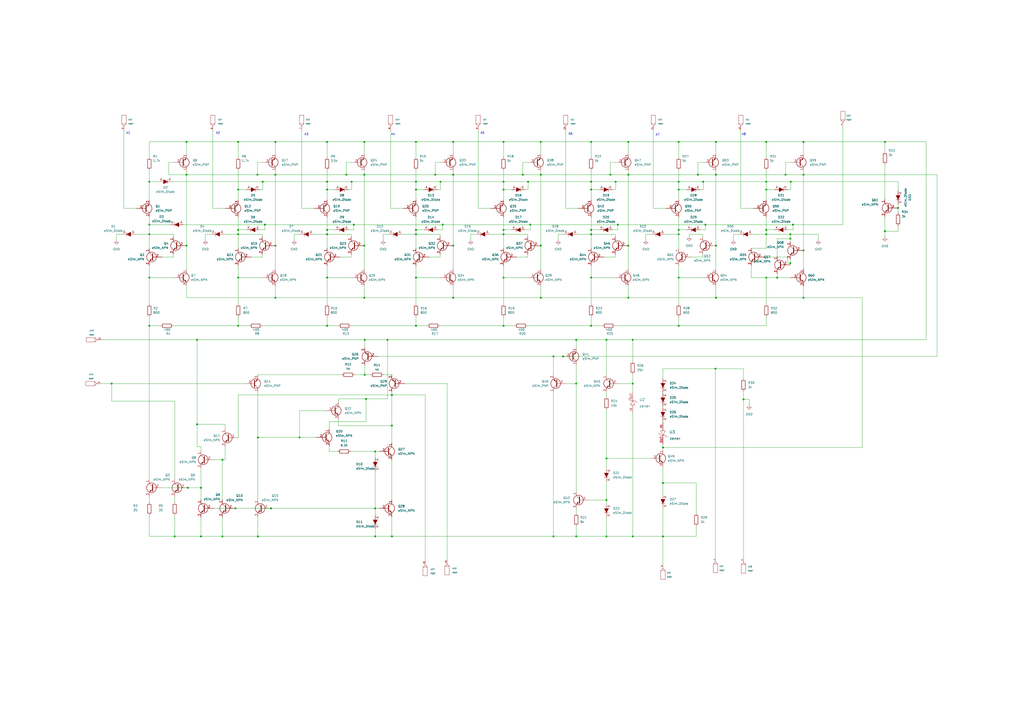
<source format=kicad_sch>
(kicad_sch (version 20211123) (generator eeschema)
  (paper "A2")
  (junction (at 342.9 188.976))
  (junction (at 262.89 101.346))
  (junction (at 149.352 101.346))
  (junction (at 227.33 229.108))
  (junction (at 159.766 172.72))
  (junction (at 129.032 266.7))
  (junction (at 203.962 105.41))
  (junction (at 384.556 311.15))
  (junction (at 189.738 105.41))
  (junction (at 384.556 280.162))
  (junction (at 393.7 109.982))
  (junction (at 256.794 130.302))
  (junction (at 404.876 101.346))
  (junction (at 351.79 290.068))
  (junction (at 313.69 172.72))
  (junction (at 138.176 82.296))
  (junction (at 358.394 130.302))
  (junction (at 149.606 311.15))
  (junction (at 189.738 109.982))
  (junction (at 292.1 161.036))
  (junction (at 364.49 172.72))
  (junction (at 313.69 142.494))
  (junction (at 431.292 231.648))
  (junction (at 241.3 133.35))
  (junction (at 292.1 133.35))
  (junction (at 367.03 311.15))
  (junction (at 306.324 105.41))
  (junction (at 313.69 82.296))
  (junction (at 342.9 82.296))
  (junction (at 189.738 135.89))
  (junction (at 138.176 109.982))
  (junction (at 149.606 253.746))
  (junction (at 108.966 282.956))
  (junction (at 138.176 188.976))
  (junction (at 129.032 311.15))
  (junction (at 108.204 142.494))
  (junction (at 241.3 109.982))
  (junction (at 217.678 261.874))
  (junction (at 466.09 101.346))
  (junction (at 367.03 197.104))
  (junction (at 86.614 105.41))
  (junction (at 364.49 82.296))
  (junction (at 393.7 188.976))
  (junction (at 189.738 133.35))
  (junction (at 351.79 265.938))
  (junction (at 211.328 82.296))
  (junction (at 241.3 135.89))
  (junction (at 211.328 101.346))
  (junction (at 393.7 161.036))
  (junction (at 334.264 197.104))
  (junction (at 458.47 152.654))
  (junction (at 159.766 82.296))
  (junction (at 211.328 142.494))
  (junction (at 444.5 161.036))
  (junction (at 351.79 311.15))
  (junction (at 241.3 82.296))
  (junction (at 364.49 101.346))
  (junction (at 262.89 172.72))
  (junction (at 189.738 82.296))
  (junction (at 292.1 105.41))
  (junction (at 393.7 133.35))
  (junction (at 307.594 130.302))
  (junction (at 415.29 82.296))
  (junction (at 159.766 142.494))
  (junction (at 364.49 142.494))
  (junction (at 342.9 105.41))
  (junction (at 241.3 161.036))
  (junction (at 520.954 120.65))
  (junction (at 217.678 311.15))
  (junction (at 393.7 82.296))
  (junction (at 342.9 109.982))
  (junction (at 159.766 101.346))
  (junction (at 466.09 145.288))
  (junction (at 205.232 130.302))
  (junction (at 342.9 133.35))
  (junction (at 415.29 172.72))
  (junction (at 326.644 206.756))
  (junction (at 459.994 130.302))
  (junction (at 211.582 217.424))
  (junction (at 455.676 101.346))
  (junction (at 292.1 82.296))
  (junction (at 153.67 130.302))
  (junction (at 86.614 130.302))
  (junction (at 444.5 109.982))
  (junction (at 116.586 311.15))
  (junction (at 138.176 133.35))
  (junction (at 227.33 311.15))
  (junction (at 138.176 161.036))
  (junction (at 116.586 282.956))
  (junction (at 466.09 82.296))
  (junction (at 173.736 253.746))
  (junction (at 252.476 101.346))
  (junction (at 384.556 259.588))
  (junction (at 212.344 231.394))
  (junction (at 200.914 101.346))
  (junction (at 211.328 172.72))
  (junction (at 241.3 188.976))
  (junction (at 262.89 142.494))
  (junction (at 136.652 294.894))
  (junction (at 513.334 134.112))
  (junction (at 138.176 135.89))
  (junction (at 444.5 135.89))
  (junction (at 367.03 222.504))
  (junction (at 334.264 222.504))
  (junction (at 224.79 197.104))
  (junction (at 217.678 294.894))
  (junction (at 64.77 222.504))
  (junction (at 334.264 311.15))
  (junction (at 444.5 105.41))
  (junction (at 101.346 311.15))
  (junction (at 393.7 135.89))
  (junction (at 342.9 161.036))
  (junction (at 108.204 82.296))
  (junction (at 292.1 188.976))
  (junction (at 189.738 188.976))
  (junction (at 450.85 161.036))
  (junction (at 255.524 105.41))
  (junction (at 262.89 82.296))
  (junction (at 189.738 161.036))
  (junction (at 357.124 105.41))
  (junction (at 211.582 197.104))
  (junction (at 292.1 109.982))
  (junction (at 342.9 135.89))
  (junction (at 466.09 172.72))
  (junction (at 513.334 82.296))
  (junction (at 458.47 138.43))
  (junction (at 409.194 130.302))
  (junction (at 415.29 142.494))
  (junction (at 351.79 197.104))
  (junction (at 393.7 105.41))
  (junction (at 444.5 82.296))
  (junction (at 108.204 101.346))
  (junction (at 86.614 135.89))
  (junction (at 227.33 246.888))
  (junction (at 241.3 105.41))
  (junction (at 303.276 101.346))
  (junction (at 321.056 206.756))
  (junction (at 407.924 105.41))
  (junction (at 86.614 188.976))
  (junction (at 292.1 135.89))
  (junction (at 86.614 161.036))
  (junction (at 152.4 105.41))
  (junction (at 354.076 101.346))
  (junction (at 415.036 213.868))
  (junction (at 458.724 105.41))
  (junction (at 321.056 311.15))
  (junction (at 313.69 101.346))
  (junction (at 157.226 294.894))
  (junction (at 415.29 101.346))
  (junction (at 444.5 133.35))
  (junction (at 458.47 135.89))
  (junction (at 114.3 197.104))
  (junction (at 114.3 246.126))
  (wire (pts (xy 409.194 130.302) (xy 459.994 130.302)))
  (wire (pts (xy 138.176 133.35) (xy 138.176 135.89)))
  (wire (pts (xy 241.3 82.296) (xy 262.89 82.296)))
  (wire (pts (xy 129.032 311.15) (xy 149.606 311.15)))
  (wire (pts (xy 191.008 258.826) (xy 191.008 261.874)))
  (wire (pts (xy 234.95 222.504) (xy 259.334 222.504)))
  (wire (pts (xy 374.65 135.89) (xy 374.65 139.192)))
  (wire (pts (xy 513.334 134.112) (xy 513.334 125.73)))
  (wire (pts (xy 173.736 253.746) (xy 183.388 253.746)))
  (wire (pts (xy 334.772 135.89) (xy 342.9 135.89)))
  (wire (pts (xy 313.69 101.346) (xy 313.69 142.494)))
  (wire (pts (xy 64.77 222.504) (xy 141.986 222.504)))
  (wire (pts (xy 398.526 109.982) (xy 393.7 109.982)))
  (wire (pts (xy 256.794 130.302) (xy 307.594 130.302)))
  (wire (pts (xy 227.33 311.15) (xy 321.056 311.15)))
  (wire (pts (xy 434.594 231.648) (xy 434.594 234.95)))
  (wire (pts (xy 303.276 94.234) (xy 303.276 101.346)))
  (wire (pts (xy 227.33 266.954) (xy 227.33 289.814)))
  (wire (pts (xy 466.09 99.314) (xy 466.09 101.346)))
  (wire (pts (xy 334.264 305.308) (xy 334.264 311.15)))
  (wire (pts (xy 173.736 238.252) (xy 188.722 238.252)))
  (wire (pts (xy 334.264 295.148) (xy 334.264 297.688)))
  (wire (pts (xy 67.564 135.89) (xy 67.564 139.192)))
  (wire (pts (xy 292.1 188.976) (xy 298.45 188.976)))
  (wire (pts (xy 342.9 161.036) (xy 356.87 161.036)))
  (wire (pts (xy 455.676 94.234) (xy 455.676 101.346)))
  (wire (pts (xy 246.634 229.108) (xy 246.634 325.12)))
  (wire (pts (xy 241.3 125.984) (xy 241.3 133.35)))
  (wire (pts (xy 241.3 161.036) (xy 241.3 176.276)))
  (wire (pts (xy 203.708 147.574) (xy 203.708 149.098)))
  (wire (pts (xy 313.69 101.346) (xy 354.076 101.346)))
  (wire (pts (xy 189.738 183.896) (xy 189.738 188.976)))
  (wire (pts (xy 292.1 98.806) (xy 292.1 105.41)))
  (wire (pts (xy 138.176 91.186) (xy 138.176 82.296)))
  (wire (pts (xy 351.79 227.584) (xy 351.79 230.124)))
  (wire (pts (xy 202.184 109.982) (xy 203.962 109.982)))
  (wire (pts (xy 384.556 311.15) (xy 384.556 327.152)))
  (wire (pts (xy 86.614 161.036) (xy 100.584 161.036)))
  (wire (pts (xy 364.49 172.72) (xy 415.29 172.72)))
  (wire (pts (xy 129.032 266.7) (xy 130.556 266.7)))
  (wire (pts (xy 407.924 105.41) (xy 444.5 105.41)))
  (wire (pts (xy 124.206 294.894) (xy 136.652 294.894)))
  (wire (pts (xy 406.146 133.35) (xy 409.194 133.35)))
  (wire (pts (xy 459.994 130.302) (xy 488.95 130.302)))
  (wire (pts (xy 241.3 91.186) (xy 241.3 82.296)))
  (wire (pts (xy 367.03 209.55) (xy 367.03 197.104)))
  (wire (pts (xy 342.9 161.036) (xy 342.9 176.276)))
  (wire (pts (xy 415.036 213.868) (xy 415.036 323.342)))
  (wire (pts (xy 393.7 161.036) (xy 393.7 176.276)))
  (wire (pts (xy 342.9 82.296) (xy 342.9 91.186)))
  (wire (pts (xy 364.49 101.346) (xy 364.49 142.494)))
  (wire (pts (xy 393.7 82.296) (xy 393.7 91.186)))
  (wire (pts (xy 217.678 273.05) (xy 217.678 294.894)))
  (wire (pts (xy 114.3 197.104) (xy 211.582 197.104)))
  (wire (pts (xy 367.03 197.104) (xy 537.21 197.104)))
  (wire (pts (xy 313.69 99.314) (xy 313.69 101.346)))
  (wire (pts (xy 211.328 142.494) (xy 211.328 155.956)))
  (wire (pts (xy 86.614 288.036) (xy 86.614 291.338)))
  (wire (pts (xy 393.7 154.178) (xy 393.7 161.036)))
  (wire (pts (xy 211.582 201.676) (xy 211.582 197.104)))
  (wire (pts (xy 342.9 133.35) (xy 347.726 133.35)))
  (wire (pts (xy 70.866 135.89) (xy 67.564 135.89)))
  (wire (pts (xy 203.962 109.982) (xy 203.962 105.41)))
  (wire (pts (xy 157.226 294.894) (xy 217.678 294.894)))
  (wire (pts (xy 444.5 98.806) (xy 444.5 105.41)))
  (wire (pts (xy 211.328 101.346) (xy 252.476 101.346)))
  (wire (pts (xy 513.334 95.504) (xy 513.334 115.57)))
  (wire (pts (xy 367.03 240.03) (xy 367.03 311.15)))
  (wire (pts (xy 444.5 105.41) (xy 458.724 105.41)))
  (wire (pts (xy 342.9 109.982) (xy 342.9 115.824)))
  (wire (pts (xy 253.746 133.35) (xy 256.794 133.35)))
  (wire (pts (xy 86.614 311.15) (xy 86.614 298.958)))
  (wire (pts (xy 351.79 311.15) (xy 367.03 311.15)))
  (wire (pts (xy 357.124 105.41) (xy 393.7 105.41)))
  (wire (pts (xy 358.394 130.302) (xy 409.194 130.302)))
  (wire (pts (xy 393.7 135.89) (xy 393.7 144.018)))
  (wire (pts (xy 138.176 229.108) (xy 138.176 254)))
  (wire (pts (xy 436.88 120.904) (xy 429.768 120.904)))
  (wire (pts (xy 191.008 261.874) (xy 195.834 261.874)))
  (wire (pts (xy 334.264 197.104) (xy 351.79 197.104)))
  (wire (pts (xy 351.79 290.068) (xy 341.884 290.068)))
  (wire (pts (xy 94.234 282.956) (xy 108.966 282.956)))
  (wire (pts (xy 159.766 166.116) (xy 159.766 172.72)))
  (wire (pts (xy 327.152 135.89) (xy 323.85 135.89)))
  (wire (pts (xy 303.276 101.346) (xy 313.69 101.346)))
  (wire (pts (xy 152.4 109.982) (xy 152.4 105.41)))
  (wire (pts (xy 393.7 105.41) (xy 393.7 109.982)))
  (wire (pts (xy 189.738 82.296) (xy 211.328 82.296)))
  (wire (pts (xy 159.766 101.346) (xy 200.914 101.346)))
  (wire (pts (xy 415.29 172.72) (xy 466.09 172.72)))
  (wire (pts (xy 182.118 120.904) (xy 175.006 120.904)))
  (wire (pts (xy 384.556 219.71) (xy 384.556 213.868)))
  (wire (pts (xy 159.766 89.154) (xy 159.766 82.296)))
  (wire (pts (xy 138.176 135.89) (xy 138.176 144.018)))
  (wire (pts (xy 152.146 137.414) (xy 152.146 135.89)))
  (wire (pts (xy 170.688 135.89) (xy 170.688 139.192)))
  (wire (pts (xy 149.606 217.424) (xy 198.12 217.424)))
  (wire (pts (xy 255.27 137.414) (xy 255.27 135.89)))
  (wire (pts (xy 386.08 120.904) (xy 378.968 120.904)))
  (wire (pts (xy 212.344 244.602) (xy 191.008 244.602)))
  (wire (pts (xy 123.444 75.692) (xy 123.444 120.904)))
  (wire (pts (xy 415.29 89.154) (xy 415.29 82.296)))
  (wire (pts (xy 262.89 142.494) (xy 262.89 155.956)))
  (wire (pts (xy 466.09 82.296) (xy 513.334 82.296)))
  (wire (pts (xy 459.994 130.302) (xy 459.994 133.35)))
  (wire (pts (xy 138.176 133.35) (xy 143.002 133.35)))
  (wire (pts (xy 138.176 154.178) (xy 138.176 161.036)))
  (wire (pts (xy 241.3 133.35) (xy 246.126 133.35)))
  (wire (pts (xy 114.3 197.104) (xy 114.3 246.126)))
  (wire (pts (xy 488.95 73.406) (xy 488.95 130.302)))
  (wire (pts (xy 196.342 246.888) (xy 227.33 246.888)))
  (wire (pts (xy 86.614 311.15) (xy 101.346 311.15)))
  (wire (pts (xy 149.606 253.746) (xy 149.606 289.814)))
  (wire (pts (xy 119.126 135.89) (xy 119.126 139.192)))
  (wire (pts (xy 159.766 172.72) (xy 211.328 172.72)))
  (wire (pts (xy 292.1 133.35) (xy 292.1 135.89)))
  (wire (pts (xy 241.3 109.982) (xy 241.3 115.824)))
  (wire (pts (xy 450.85 138.43) (xy 458.47 138.43)))
  (wire (pts (xy 189.738 161.036) (xy 189.738 176.276)))
  (wire (pts (xy 130.556 248.92) (xy 130.556 246.126)))
  (wire (pts (xy 150.622 133.35) (xy 153.67 133.35)))
  (wire (pts (xy 189.738 105.41) (xy 203.962 105.41)))
  (wire (pts (xy 241.3 135.89) (xy 255.27 135.89)))
  (wire (pts (xy 138.176 161.036) (xy 138.176 176.276)))
  (wire (pts (xy 217.678 294.894) (xy 217.678 298.958)))
  (wire (pts (xy 356.87 149.098) (xy 350.52 149.098)))
  (wire (pts (xy 152.146 188.976) (xy 189.738 188.976)))
  (wire (pts (xy 116.586 299.974) (xy 116.586 311.15)))
  (wire (pts (xy 364.49 101.346) (xy 404.876 101.346)))
  (wire (pts (xy 444.5 82.296) (xy 444.5 91.186)))
  (wire (pts (xy 116.586 271.78) (xy 116.586 282.956)))
  (wire (pts (xy 100.584 149.098) (xy 94.234 149.098)))
  (wire (pts (xy 458.47 135.89) (xy 458.47 138.43)))
  (wire (pts (xy 262.89 101.346) (xy 262.89 142.494)))
  (wire (pts (xy 347.726 109.982) (xy 342.9 109.982)))
  (wire (pts (xy 306.07 149.098) (xy 299.72 149.098)))
  (wire (pts (xy 152.146 94.234) (xy 149.352 94.234)))
  (wire (pts (xy 359.41 222.504) (xy 367.03 222.504)))
  (wire (pts (xy 241.3 188.976) (xy 247.65 188.976)))
  (wire (pts (xy 342.9 105.41) (xy 342.9 109.982)))
  (wire (pts (xy 100.584 94.234) (xy 97.79 94.234)))
  (wire (pts (xy 306.324 105.41) (xy 342.9 105.41)))
  (wire (pts (xy 444.5 125.984) (xy 444.5 133.35)))
  (wire (pts (xy 255.27 147.574) (xy 255.27 149.098)))
  (wire (pts (xy 355.346 133.35) (xy 358.394 133.35)))
  (wire (pts (xy 149.606 311.15) (xy 217.678 311.15)))
  (wire (pts (xy 513.334 134.112) (xy 513.334 137.414)))
  (wire (pts (xy 189.738 133.35) (xy 189.738 135.89)))
  (wire (pts (xy 500.126 172.72) (xy 500.126 259.588)))
  (wire (pts (xy 444.5 161.036) (xy 450.85 161.036)))
  (wire (pts (xy 116.586 261.62) (xy 116.586 259.08)))
  (wire (pts (xy 116.586 311.15) (xy 129.032 311.15)))
  (wire (pts (xy 458.47 138.43) (xy 458.47 140.208)))
  (wire (pts (xy 159.766 101.346) (xy 159.766 142.494)))
  (wire (pts (xy 58.674 222.504) (xy 64.77 222.504)))
  (wire (pts (xy 241.3 105.41) (xy 255.524 105.41)))
  (wire (pts (xy 296.926 109.982) (xy 292.1 109.982)))
  (wire (pts (xy 304.546 133.35) (xy 307.594 133.35)))
  (wire (pts (xy 233.68 120.904) (xy 226.568 120.904)))
  (wire (pts (xy 173.99 135.89) (xy 170.688 135.89)))
  (wire (pts (xy 385.572 135.89) (xy 393.7 135.89)))
  (wire (pts (xy 428.752 135.89) (xy 425.45 135.89)))
  (wire (pts (xy 200.914 94.234) (xy 200.914 101.346)))
  (wire (pts (xy 86.614 125.984) (xy 86.614 130.302)))
  (wire (pts (xy 466.09 101.346) (xy 466.09 145.288)))
  (wire (pts (xy 58.928 197.104) (xy 114.3 197.104)))
  (wire (pts (xy 227.33 227.584) (xy 227.33 229.108)))
  (wire (pts (xy 356.87 147.574) (xy 356.87 149.098)))
  (wire (pts (xy 86.614 135.89) (xy 86.614 144.018)))
  (wire (pts (xy 404.876 101.346) (xy 415.29 101.346)))
  (wire (pts (xy 138.176 161.036) (xy 152.146 161.036)))
  (wire (pts (xy 364.49 82.296) (xy 393.7 82.296)))
  (wire (pts (xy 99.822 105.41) (xy 152.4 105.41)))
  (wire (pts (xy 415.29 166.116) (xy 415.29 172.72)))
  (wire (pts (xy 458.47 135.89) (xy 474.726 135.89)))
  (wire (pts (xy 149.606 299.974) (xy 149.606 311.15)))
  (wire (pts (xy 342.9 135.89) (xy 356.87 135.89)))
  (wire (pts (xy 276.352 135.89) (xy 273.05 135.89)))
  (wire (pts (xy 211.328 89.154) (xy 211.328 82.296)))
  (wire (pts (xy 138.176 188.976) (xy 144.526 188.976)))
  (wire (pts (xy 449.326 109.982) (xy 444.5 109.982)))
  (wire (pts (xy 520.954 105.41) (xy 520.954 110.744)))
  (wire (pts (xy 384.556 227.33) (xy 384.556 228.092)))
  (wire (pts (xy 253.746 109.982) (xy 255.524 109.982)))
  (wire (pts (xy 189.738 135.89) (xy 203.708 135.89)))
  (wire (pts (xy 189.738 125.984) (xy 189.738 133.35)))
  (wire (pts (xy 64.77 232.664) (xy 64.77 222.504)))
  (wire (pts (xy 355.346 109.982) (xy 357.124 109.982)))
  (wire (pts (xy 255.27 94.234) (xy 252.476 94.234)))
  (wire (pts (xy 292.1 135.89) (xy 292.1 144.018)))
  (wire (pts (xy 292.1 133.35) (xy 296.926 133.35)))
  (wire (pts (xy 138.176 109.982) (xy 138.176 115.824)))
  (wire (pts (xy 97.79 101.346) (xy 108.204 101.346)))
  (wire (pts (xy 189.738 161.036) (xy 203.708 161.036)))
  (wire (pts (xy 219.202 206.756) (xy 321.056 206.756)))
  (wire (pts (xy 217.678 311.15) (xy 217.678 306.578)))
  (wire (pts (xy 101.346 288.036) (xy 101.346 291.338)))
  (wire (pts (xy 100.584 188.976) (xy 138.176 188.976)))
  (wire (pts (xy 384.556 311.15) (xy 403.86 311.15)))
  (wire (pts (xy 364.49 166.116) (xy 364.49 172.72)))
  (wire (pts (xy 224.79 197.104) (xy 224.79 231.394)))
  (wire (pts (xy 444.5 82.296) (xy 466.09 82.296)))
  (wire (pts (xy 313.69 166.116) (xy 313.69 172.72)))
  (wire (pts (xy 108.204 89.154) (xy 108.204 82.296)))
  (wire (pts (xy 255.27 149.098) (xy 248.92 149.098)))
  (wire (pts (xy 306.07 94.234) (xy 303.276 94.234)))
  (wire (pts (xy 101.346 311.15) (xy 116.586 311.15)))
  (wire (pts (xy 334.264 201.676) (xy 334.264 197.104)))
  (wire (pts (xy 262.89 82.296) (xy 292.1 82.296)))
  (wire (pts (xy 474.726 135.89) (xy 474.726 139.192)))
  (wire (pts (xy 326.644 206.756) (xy 543.56 206.756)))
  (wire (pts (xy 306.07 147.574) (xy 306.07 149.098)))
  (wire (pts (xy 129.032 299.974) (xy 129.032 311.15)))
  (wire (pts (xy 520.954 134.112) (xy 513.334 134.112)))
  (wire (pts (xy 292.1 82.296) (xy 313.69 82.296)))
  (wire (pts (xy 393.7 161.036) (xy 407.67 161.036)))
  (wire (pts (xy 466.09 166.116) (xy 466.09 172.72)))
  (wire (pts (xy 444.5 133.35) (xy 444.5 135.89)))
  (wire (pts (xy 203.708 149.098) (xy 197.358 149.098)))
  (wire (pts (xy 466.09 89.154) (xy 466.09 82.296)))
  (wire (pts (xy 205.74 217.424) (xy 211.582 217.424)))
  (wire (pts (xy 431.292 231.648) (xy 434.594 231.648)))
  (wire (pts (xy 226.568 75.692) (xy 226.568 120.904)))
  (wire (pts (xy 189.738 109.982) (xy 189.738 115.824)))
  (wire (pts (xy 241.3 135.89) (xy 241.3 144.018)))
  (wire (pts (xy 393.7 98.806) (xy 393.7 105.41)))
  (wire (pts (xy 211.328 166.116) (xy 211.328 172.72)))
  (wire (pts (xy 173.736 238.252) (xy 173.736 253.746)))
  (wire (pts (xy 364.49 142.494) (xy 364.49 155.956)))
  (wire (pts (xy 108.204 166.116) (xy 108.204 172.72)))
  (wire (pts (xy 277.368 75.692) (xy 277.368 120.904)))
  (wire (pts (xy 292.1 91.186) (xy 292.1 82.296)))
  (wire (pts (xy 159.766 142.494) (xy 159.766 155.956)))
  (wire (pts (xy 116.586 259.08) (xy 114.3 259.08)))
  (wire (pts (xy 101.346 232.664) (xy 64.77 232.664)))
  (wire (pts (xy 71.882 75.692) (xy 71.882 120.904)))
  (wire (pts (xy 241.3 183.896) (xy 241.3 188.976)))
  (wire (pts (xy 203.708 137.414) (xy 203.708 135.89)))
  (wire (pts (xy 409.194 130.302) (xy 409.194 133.35)))
  (wire (pts (xy 393.7 109.982) (xy 393.7 115.824)))
  (wire (pts (xy 292.1 135.89) (xy 306.07 135.89)))
  (wire (pts (xy 86.614 98.806) (xy 86.614 105.41)))
  (wire (pts (xy 241.3 161.036) (xy 255.27 161.036)))
  (wire (pts (xy 334.264 211.836) (xy 334.264 222.504)))
  (wire (pts (xy 407.67 94.234) (xy 404.876 94.234)))
  (wire (pts (xy 393.7 82.296) (xy 415.29 82.296)))
  (wire (pts (xy 435.864 154.178) (xy 435.864 161.036)))
  (wire (pts (xy 108.204 142.494) (xy 108.204 155.956)))
  (wire (pts (xy 377.952 135.89) (xy 374.65 135.89)))
  (wire (pts (xy 393.7 105.41) (xy 407.924 105.41)))
  (wire (pts (xy 393.7 188.976) (xy 444.5 188.976)))
  (wire (pts (xy 415.29 82.296) (xy 444.5 82.296)))
  (wire (pts (xy 458.47 94.234) (xy 455.676 94.234)))
  (wire (pts (xy 435.864 161.036) (xy 444.5 161.036)))
  (wire (pts (xy 431.292 231.648) (xy 431.292 323.596)))
  (wire (pts (xy 86.614 91.186) (xy 86.614 82.296)))
  (wire (pts (xy 225.552 135.89) (xy 222.25 135.89)))
  (wire (pts (xy 415.29 101.346) (xy 455.676 101.346)))
  (wire (pts (xy 108.204 101.346) (xy 149.352 101.346)))
  (wire (pts (xy 262.89 89.154) (xy 262.89 82.296)))
  (wire (pts (xy 122.428 135.89) (xy 119.126 135.89)))
  (wire (pts (xy 323.85 135.89) (xy 323.85 139.192)))
  (wire (pts (xy 393.7 125.984) (xy 393.7 133.35)))
  (wire (pts (xy 458.724 109.982) (xy 458.724 105.41)))
  (wire (pts (xy 189.738 154.178) (xy 189.738 161.036)))
  (wire (pts (xy 342.9 135.89) (xy 342.9 144.018)))
  (wire (pts (xy 211.582 211.836) (xy 211.582 217.424)))
  (wire (pts (xy 342.9 188.976) (xy 349.25 188.976)))
  (wire (pts (xy 537.21 82.296) (xy 537.21 197.104)))
  (wire (pts (xy 466.09 172.72) (xy 500.126 172.72)))
  (wire (pts (xy 189.738 98.806) (xy 189.738 105.41)))
  (wire (pts (xy 246.126 109.982) (xy 241.3 109.982)))
  (wire (pts (xy 256.794 130.302) (xy 256.794 133.35)))
  (wire (pts (xy 444.5 183.896) (xy 444.5 188.976)))
  (wire (pts (xy 351.79 279.4) (xy 351.79 290.068)))
  (wire (pts (xy 513.334 82.296) (xy 537.21 82.296)))
  (wire (pts (xy 444.5 161.036) (xy 444.5 176.276)))
  (wire (pts (xy 212.344 231.394) (xy 224.79 231.394)))
  (wire (pts (xy 444.5 135.89) (xy 458.47 135.89)))
  (wire (pts (xy 129.032 289.814) (xy 129.032 266.7)))
  (wire (pts (xy 212.344 231.394) (xy 212.344 244.602)))
  (wire (pts (xy 86.614 135.89) (xy 100.584 135.89)))
  (wire (pts (xy 233.172 135.89) (xy 241.3 135.89)))
  (wire (pts (xy 357.124 109.982) (xy 357.124 105.41)))
  (wire (pts (xy 143.002 109.982) (xy 138.176 109.982)))
  (wire (pts (xy 130.048 135.89) (xy 138.176 135.89)))
  (wire (pts (xy 283.972 135.89) (xy 292.1 135.89)))
  (wire (pts (xy 431.292 213.868) (xy 431.292 219.456)))
  (wire (pts (xy 217.678 311.15) (xy 227.33 311.15)))
  (wire (pts (xy 407.924 109.982) (xy 407.924 105.41)))
  (wire (pts (xy 78.486 135.89) (xy 86.614 135.89)))
  (wire (pts (xy 384.556 244.094) (xy 384.556 244.856)))
  (wire (pts (xy 149.606 253.746) (xy 173.736 253.746)))
  (wire (pts (xy 106.426 130.302) (xy 153.67 130.302)))
  (wire (pts (xy 342.9 133.35) (xy 342.9 135.89)))
  (wire (pts (xy 384.556 259.588) (xy 500.126 259.588)))
  (wire (pts (xy 407.67 137.414) (xy 407.67 135.89)))
  (wire (pts (xy 367.03 311.15) (xy 384.556 311.15)))
  (wire (pts (xy 292.1 105.41) (xy 306.324 105.41)))
  (wire (pts (xy 284.48 120.904) (xy 277.368 120.904)))
  (wire (pts (xy 407.67 147.574) (xy 407.67 149.098)))
  (wire (pts (xy 364.49 89.154) (xy 364.49 82.296)))
  (wire (pts (xy 86.614 154.178) (xy 86.614 161.036)))
  (wire (pts (xy 292.1 109.982) (xy 292.1 115.824)))
  (wire (pts (xy 328.168 75.692) (xy 328.168 120.904)))
  (wire (pts (xy 211.328 82.296) (xy 241.3 82.296)))
  (wire (pts (xy 175.006 75.692) (xy 175.006 120.904)))
  (wire (pts (xy 130.556 259.08) (xy 130.556 266.7)))
  (wire (pts (xy 351.79 299.974) (xy 351.79 311.15)))
  (wire (pts (xy 458.47 152.654) (xy 458.47 153.67)))
  (wire (pts (xy 415.29 99.314) (xy 415.29 101.346)))
  (wire (pts (xy 444.5 109.982) (xy 444.5 115.824)))
  (wire (pts (xy 116.586 282.956) (xy 116.586 289.814)))
  (wire (pts (xy 202.184 133.35) (xy 205.232 133.35)))
  (wire (pts (xy 152.146 149.098) (xy 145.796 149.098)))
  (wire (pts (xy 108.204 172.72) (xy 159.766 172.72)))
  (wire (pts (xy 196.342 231.394) (xy 196.342 233.172)))
  (wire (pts (xy 393.7 183.896) (xy 393.7 188.976)))
  (wire (pts (xy 384.556 259.588) (xy 384.556 260.858)))
  (wire (pts (xy 86.614 188.976) (xy 92.964 188.976)))
  (wire (pts (xy 255.524 105.41) (xy 292.1 105.41)))
  (wire (pts (xy 342.9 183.896) (xy 342.9 188.976)))
  (wire (pts (xy 384.556 257.556) (xy 384.556 259.588)))
  (wire (pts (xy 100.584 137.414) (xy 100.584 135.89)))
  (wire (pts (xy 520.954 120.65) (xy 520.954 123.444)))
  (wire (pts (xy 211.328 172.72) (xy 262.89 172.72)))
  (wire (pts (xy 203.708 94.234) (xy 200.914 94.234)))
  (wire (pts (xy 86.614 188.976) (xy 86.614 277.876)))
  (wire (pts (xy 138.176 82.296) (xy 159.766 82.296)))
  (wire (pts (xy 205.232 130.302) (xy 205.232 133.35)))
  (wire (pts (xy 149.606 227.584) (xy 149.606 253.746)))
  (wire (pts (xy 255.524 109.982) (xy 255.524 105.41)))
  (wire (pts (xy 367.03 222.504) (xy 367.03 227.33)))
  (wire (pts (xy 241.3 133.35) (xy 241.3 135.89)))
  (wire (pts (xy 130.556 246.126) (xy 114.3 246.126)))
  (wire (pts (xy 321.056 227.584) (xy 321.056 311.15)))
  (wire (pts (xy 356.87 188.976) (xy 393.7 188.976)))
  (wire (pts (xy 384.556 294.64) (xy 384.556 311.15)))
  (wire (pts (xy 86.614 183.896) (xy 86.614 188.976)))
  (wire (pts (xy 222.504 217.424) (xy 227.33 217.424)))
  (wire (pts (xy 211.328 101.346) (xy 211.328 142.494)))
  (wire (pts (xy 321.056 217.424) (xy 321.056 206.756)))
  (wire (pts (xy 444.5 133.35) (xy 449.326 133.35)))
  (wire (pts (xy 86.614 161.036) (xy 86.614 176.276)))
  (wire (pts (xy 364.49 99.314) (xy 364.49 101.346)))
  (wire (pts (xy 152.4 105.41) (xy 189.738 105.41)))
  (wire (pts (xy 219.71 261.874) (xy 217.678 261.874)))
  (wire (pts (xy 407.67 135.89) (xy 399.796 135.89)))
  (wire (pts (xy 262.89 99.314) (xy 262.89 101.346)))
  (wire (pts (xy 159.766 99.314) (xy 159.766 101.346)))
  (wire (pts (xy 404.876 94.234) (xy 404.876 101.346)))
  (wire (pts (xy 108.966 282.956) (xy 116.586 282.956)))
  (wire (pts (xy 342.9 154.178) (xy 342.9 161.036)))
  (wire (pts (xy 149.352 94.234) (xy 149.352 101.346)))
  (wire (pts (xy 456.946 149.098) (xy 456.946 152.654)))
  (wire (pts (xy 513.334 87.884) (xy 513.334 82.296)))
  (wire (pts (xy 313.69 172.72) (xy 364.49 172.72)))
  (wire (pts (xy 211.582 197.104) (xy 224.79 197.104)))
  (wire (pts (xy 456.946 133.35) (xy 459.994 133.35)))
  (wire (pts (xy 292.1 125.984) (xy 292.1 133.35)))
  (wire (pts (xy 351.79 237.744) (xy 351.79 265.938)))
  (wire (pts (xy 351.79 217.424) (xy 351.79 197.104)))
  (wire (pts (xy 313.69 142.494) (xy 313.69 155.956)))
  (wire (pts (xy 150.622 109.982) (xy 152.4 109.982)))
  (wire (pts (xy 101.346 298.958) (xy 101.346 311.15)))
  (wire (pts (xy 217.678 261.874) (xy 217.678 265.43)))
  (wire (pts (xy 403.86 297.688) (xy 403.86 280.162)))
  (wire (pts (xy 97.79 94.234) (xy 97.79 101.346)))
  (wire (pts (xy 227.33 299.974) (xy 227.33 311.15)))
  (wire (pts (xy 384.556 280.162) (xy 384.556 287.02)))
  (wire (pts (xy 367.03 217.17) (xy 367.03 222.504)))
  (wire (pts (xy 211.582 217.424) (xy 214.884 217.424)))
  (wire (pts (xy 429.768 75.692) (xy 429.768 120.904)))
  (wire (pts (xy 306.324 109.982) (xy 306.324 105.41)))
  (wire (pts (xy 351.79 265.938) (xy 351.79 271.78)))
  (wire (pts (xy 415.29 101.346) (xy 415.29 142.494)))
  (wire (pts (xy 152.146 147.574) (xy 152.146 149.098)))
  (wire (pts (xy 292.1 161.036) (xy 292.1 176.276)))
  (wire (pts (xy 456.946 152.654) (xy 458.47 152.654)))
  (wire (pts (xy 313.69 82.296) (xy 342.9 82.296)))
  (wire (pts (xy 358.394 130.302) (xy 358.394 133.35)))
  (wire (pts (xy 415.29 142.494) (xy 415.29 155.956)))
  (wire (pts (xy 450.85 158.75) (xy 450.85 161.036)))
  (wire (pts (xy 98.806 130.302) (xy 86.614 130.302)))
  (wire (pts (xy 241.3 98.806) (xy 241.3 105.41)))
  (wire (pts (xy 466.09 145.288) (xy 466.09 155.956)))
  (wire (pts (xy 203.962 105.41) (xy 241.3 105.41)))
  (wire (pts (xy 384.556 213.868) (xy 415.036 213.868)))
  (wire (pts (xy 425.45 135.89) (xy 425.45 139.192)))
  (wire (pts (xy 466.09 101.346) (xy 543.56 101.346)))
  (wire (pts (xy 255.27 188.976) (xy 292.1 188.976)))
  (wire (pts (xy 219.71 294.894) (xy 217.678 294.894)))
  (wire (pts (xy 262.89 101.346) (xy 303.276 101.346)))
  (wire (pts (xy 543.56 101.346) (xy 543.56 206.756)))
  (wire (pts (xy 306.07 137.414) (xy 306.07 135.89)))
  (wire (pts (xy 458.724 105.41) (xy 520.954 105.41)))
  (wire (pts (xy 415.036 213.868) (xy 431.292 213.868)))
  (wire (pts (xy 393.7 133.35) (xy 398.526 133.35)))
  (wire (pts (xy 153.67 130.302) (xy 205.232 130.302)))
  (wire (pts (xy 262.89 172.72) (xy 313.69 172.72)))
  (wire (pts (xy 138.176 125.984) (xy 138.176 133.35)))
  (wire (pts (xy 211.328 99.314) (xy 211.328 101.346)))
  (wire (pts (xy 292.1 161.036) (xy 306.07 161.036)))
  (wire (pts (xy 292.1 105.41) (xy 292.1 109.982)))
  (wire (pts (xy 196.342 231.394) (xy 212.344 231.394)))
  (wire (pts (xy 224.79 197.104) (xy 334.264 197.104)))
  (wire (pts (xy 351.79 197.104) (xy 367.03 197.104)))
  (wire (pts (xy 159.766 82.296) (xy 189.738 82.296)))
  (wire (pts (xy 136.652 294.894) (xy 157.226 294.894)))
  (wire (pts (xy 304.546 109.982) (xy 306.324 109.982)))
  (wire (pts (xy 191.008 244.602) (xy 191.008 248.666)))
  (wire (pts (xy 189.738 105.41) (xy 189.738 109.982)))
  (wire (pts (xy 307.594 130.302) (xy 358.394 130.302)))
  (wire (pts (xy 101.346 277.876) (xy 101.346 232.664)))
  (wire (pts (xy 100.584 147.574) (xy 100.584 149.098)))
  (wire (pts (xy 273.05 135.89) (xy 273.05 139.192)))
  (wire (pts (xy 196.342 243.332) (xy 196.342 246.888)))
  (wire (pts (xy 307.594 130.302) (xy 307.594 133.35)))
  (wire (pts (xy 399.796 135.89) (xy 399.796 137.16)))
  (wire (pts (xy 205.232 130.302) (xy 256.794 130.302)))
  (wire (pts (xy 520.954 131.064) (xy 520.954 134.112)))
  (wire (pts (xy 153.67 130.302) (xy 153.67 133.35)))
  (wire (pts (xy 203.454 261.874) (xy 217.678 261.874)))
  (wire (pts (xy 456.946 109.982) (xy 458.724 109.982)))
  (wire (pts (xy 189.738 91.186) (xy 189.738 82.296)))
  (wire (pts (xy 356.87 94.234) (xy 354.076 94.234)))
  (wire (pts (xy 252.476 94.234) (xy 252.476 101.346)))
  (wire (pts (xy 108.204 99.314) (xy 108.204 101.346)))
  (wire (pts (xy 354.076 101.346) (xy 364.49 101.346)))
  (wire (pts (xy 444.5 105.41) (xy 444.5 109.982)))
  (wire (pts (xy 351.79 265.938) (xy 376.936 265.938)))
  (wire (pts (xy 222.25 135.89) (xy 222.25 139.192)))
  (wire (pts (xy 403.86 280.162) (xy 384.556 280.162)))
  (wire (pts (xy 455.676 101.346) (xy 466.09 101.346)))
  (wire (pts (xy 227.33 229.108) (xy 138.176 229.108)))
  (wire (pts (xy 262.89 166.116) (xy 262.89 172.72)))
  (wire (pts (xy 138.176 135.89) (xy 152.146 135.89)))
  (wire (pts (xy 78.994 120.904) (xy 71.882 120.904)))
  (wire (pts (xy 86.614 130.302) (xy 86.614 135.89)))
  (wire (pts (xy 378.968 75.692) (xy 378.968 120.904)))
  (wire (pts (xy 189.738 135.89) (xy 189.738 144.018)))
  (wire (pts (xy 450.85 148.59) (xy 450.85 138.43)))
  (wire (pts (xy 241.3 105.41) (xy 241.3 109.982)))
  (wire (pts (xy 86.614 105.41) (xy 92.202 105.41)))
  (wire (pts (xy 227.33 246.888) (xy 227.33 256.794)))
  (wire (pts (xy 306.07 188.976) (xy 342.9 188.976)))
  (wire (pts (xy 114.3 246.126) (xy 114.3 259.08)))
  (wire (pts (xy 354.076 94.234) (xy 354.076 101.346)))
  (wire (pts (xy 356.87 137.414) (xy 356.87 135.89)))
  (wire (pts (xy 200.914 101.346) (xy 211.328 101.346)))
  (wire (pts (xy 194.564 109.982) (xy 189.738 109.982)))
  (wire (pts (xy 335.28 120.904) (xy 328.168 120.904)))
  (wire (pts (xy 334.264 222.504) (xy 328.676 222.504)))
  (wire (pts (xy 384.556 235.712) (xy 384.556 236.474)))
  (wire (pts (xy 241.3 154.178) (xy 241.3 161.036)))
  (wire (pts (xy 149.352 101.346) (xy 159.766 101.346)))
  (wire (pts (xy 393.7 133.35) (xy 393.7 135.89)))
  (wire (pts (xy 321.056 311.15) (xy 334.264 311.15)))
  (wire (pts (xy 334.264 222.504) (xy 334.264 284.988)))
  (wire (pts (xy 321.056 206.756) (xy 326.644 206.756)))
  (wire (pts (xy 138.176 98.806) (xy 138.176 109.982)))
  (wire (pts (xy 444.5 135.89) (xy 444.5 144.018)))
  (wire (pts (xy 292.1 183.896) (xy 292.1 188.976)))
  (wire (pts (xy 292.1 154.178) (xy 292.1 161.036)))
  (wire (pts (xy 403.86 305.308) (xy 403.86 311.15)))
  (wire (pts (xy 86.614 82.296) (xy 108.204 82.296)))
  (wire (pts (xy 450.85 161.036) (xy 458.47 161.036)))
  (wire (pts (xy 334.264 311.15) (xy 351.79 311.15)))
  (wire (pts (xy 342.9 125.984) (xy 342.9 133.35)))
  (wire (pts (xy 108.204 101.346) (xy 108.204 142.494)))
  (wire (pts (xy 189.738 188.976) (xy 196.088 188.976)))
  (wire (pts (xy 227.33 229.108) (xy 227.33 246.888)))
  (wire (pts (xy 138.176 183.896) (xy 138.176 188.976)))
  (wire (pts (xy 342.9 82.296) (xy 364.49 82.296)))
  (wire (pts (xy 444.5 144.018) (xy 435.864 144.018)))
  (wire (pts (xy 124.206 266.7) (xy 129.032 266.7)))
  (wire (pts (xy 181.61 135.89) (xy 189.738 135.89)))
  (wire (pts (xy 108.204 82.296) (xy 138.176 82.296)))
  (wire (pts (xy 313.69 89.154) (xy 313.69 82.296)))
  (wire (pts (xy 520.954 118.364) (xy 520.954 120.65)))
  (wire (pts (xy 431.292 227.076) (xy 431.292 231.648)))
  (wire (pts (xy 227.33 229.108) (xy 246.634 229.108)))
  (wire (pts (xy 436.372 135.89) (xy 444.5 135.89)))
  (wire (pts (xy 252.476 101.346) (xy 262.89 101.346)))
  (wire (pts (xy 130.556 120.904) (xy 123.444 120.904)))
  (wire (pts (xy 342.9 98.806) (xy 342.9 105.41)))
  (wire (pts (xy 203.708 188.976) (xy 241.3 188.976)))
  (wire (pts (xy 384.556 271.018) (xy 384.556 280.162)))
  (wire (pts (xy 406.146 109.982) (xy 407.924 109.982)))
  (wire (pts (xy 407.67 149.098) (xy 401.32 149.098)))
  (wire (pts (xy 86.614 105.41) (xy 86.614 115.824)))
  (wire (pts (xy 259.334 222.504) (xy 259.334 324.612)))
  (wire (pts (xy 342.9 105.41) (xy 357.124 105.41)))
  (wire (pts (xy 443.484 149.098) (xy 456.946 149.098)))
  (wire (pts (xy 458.47 150.368) (xy 458.47 152.654)))
  (wire (pts (xy 189.738 133.35) (xy 194.564 133.35)))
  (wire (pts (xy 351.79 290.068) (xy 351.79 292.354)))
  (text "A6" (at 329.692 78.486 0) (effects (font (size 1.27 1.27)) (justify left bottom)))
  (text "A4" (at 226.822 78.74 0) (effects (font (size 1.27 1.27)) (justify left bottom)))
  (text "A8" (at 430.276 78.74 0) (effects (font (size 1.27 1.27)) (justify left bottom)))
  (text "A5" (at 278.638 77.978 0) (effects (font (size 1.27 1.27)) (justify left bottom)))
  (text "A3" (at 176.53 78.74 0) (effects (font (size 1.27 1.27)) (justify left bottom)))
  (text "A7" (at 380.238 78.994 0) (effects (font (size 1.27 1.27)) (justify left bottom)))
  (text "A2" (at 125.222 77.978 0) (effects (font (size 1.27 1.27)) (justify left bottom)))
  (text "A1" (at 73.152 77.978 0) (effects (font (size 1.27 1.27)) (justify left bottom)))
  (symbol (lib_id "eSim_Devices:eSim_NPN") (at 192.278 149.098 0) (mirror y) (unit 1)
    (property "Reference" "Q21" (at 186.944 147.8279 0) (effects (justify left)))
    (property "Value" "eSim_NPN" (at 186.944 150.3679 0) (effects (justify left)))
  )
  (symbol (lib_id "eSim_Devices:eSim_NPN") (at 206.248 142.494 0) (mirror y) (unit 1)
    (property "Reference" "Q23" (at 200.914 141.2239 0) (effects (justify left)))
    (property "Value" "eSim_NPN" (at 200.914 143.7639 0) (effects (justify left)))
  )
  (symbol (lib_id "eSim_Devices:resistor") (at 394.97 96.266 90) (unit 1)
    (property "Reference" "R27" (at 395.732 90.678 90) (effects (justify right)))
    (property "Value" "5k" (at 395.732 93.218 90) (effects (justify right)))
  )
  (symbol (lib_id "eSim_Miscellaneous:PORT") (at 52.324 222.504 0) (unit 14)
    (property "Reference" "U1" (at 52.959 217.17 0) (effects (font (size 0.762 0.762))))
    (property "Value" "PORT" (at 52.959 219.71 0) (effects (font (size 0.762 0.762))))
  )
  (symbol (lib_id "eSim_Devices:eSim_Diode") (at 453.136 109.982 0) (unit 1)
    (property "Reference" "D31" (at 453.136 113.284 0))
    (property "Value" "eSim_Diode" (at 453.136 115.824 0))
  )
  (symbol (lib_id "eSim_Power:eSim_GND") (at 170.688 139.192 0) (unit 1)
    (property "Reference" "#PWR03" (effects hide))
    (property "Value" "eSim_GND" (at 170.688 144.526 0))
  )
  (symbol (lib_id "eSim_Devices:eSim_PNP") (at 289.56 120.904 0) (mirror x) (unit 1)
    (property "Reference" "Q35" (at 295.656 119.6339 0) (effects (justify left)))
    (property "Value" "eSim_PNP" (at 295.656 122.1739 0) (effects (justify left)))
  )
  (symbol (lib_id "eSim_Devices:eSim_PNP") (at 105.664 94.234 0) (mirror x) (unit 1)
    (property "Reference" "Q6" (at 111.76 92.9639 0) (effects (justify left)))
    (property "Value" "eSim_PNP" (at 111.76 95.5039 0) (effects (justify left)))
  )
  (symbol (lib_id "eSim_Devices:eSim_Diode") (at 402.336 133.35 0) (mirror y) (unit 1)
    (property "Reference" "D29" (at 402.336 125.984 0))
    (property "Value" "eSim_Diode" (at 402.336 128.524 0))
  )
  (symbol (lib_id "eSim_Devices:eSim_NPN") (at 336.804 290.068 0) (mirror y) (unit 1)
    (property "Reference" "Q42" (at 330.708 288.7979 0) (effects (justify left)))
    (property "Value" "eSim_NPN" (at 330.708 291.3379 0) (effects (justify left)))
  )
  (symbol (lib_id "eSim_Devices:eSim_Diode") (at 330.962 135.89 0) (mirror y) (unit 1)
    (property "Reference" "D18" (at 322.072 131.318 0))
    (property "Value" "eSim_Diode" (at 322.072 133.858 0))
  )
  (symbol (lib_id "eSim_Devices:eSim_PNP") (at 135.636 120.904 0) (mirror x) (unit 1)
    (property "Reference" "Q12" (at 141.732 119.6339 0) (effects (justify left)))
    (property "Value" "eSim_PNP" (at 141.732 122.1739 0) (effects (justify left)))
  )
  (symbol (lib_id "eSim_Devices:eSim_NPN") (at 157.226 161.036 0) (unit 1)
    (property "Reference" "Q18" (at 162.306 159.7659 0) (effects (justify left)))
    (property "Value" "eSim_NPN" (at 162.306 162.3059 0) (effects (justify left)))
  )
  (symbol (lib_id "eSim_Devices:eSim_NPN") (at 140.716 149.098 0) (mirror y) (unit 1)
    (property "Reference" "Q13" (at 135.382 147.8279 0) (effects (justify left)))
    (property "Value" "eSim_NPN" (at 135.382 150.3679 0) (effects (justify left)))
  )
  (symbol (lib_id "eSim_Miscellaneous:PORT") (at 259.334 330.962 90) (unit 15)
    (property "Reference" "U1" (at 262.382 329.692 90) (effects (font (size 0.762 0.762)) (justify right)))
    (property "Value" "PORT" (at 262.382 332.232 90) (effects (font (size 0.762 0.762)) (justify right)))
  )
  (symbol (lib_id "eSim_Devices:eSim_PNP") (at 208.788 94.234 0) (mirror x) (unit 1)
    (property "Reference" "Q24" (at 214.884 92.9639 0) (effects (justify left)))
    (property "Value" "eSim_PNP" (at 214.884 95.5039 0) (effects (justify left)))
  )
  (symbol (lib_id "eSim_Devices:eSim_NPN") (at 119.126 294.894 0) (mirror y) (unit 1)
    (property "Reference" "Q9" (at 127.762 287.02 0) (effects (justify left)))
    (property "Value" "eSim_NPN" (at 127.762 289.56 0) (effects (justify left)))
  )
  (symbol (lib_id "eSim_Devices:eSim_PNP") (at 84.074 120.904 0) (mirror x) (unit 1)
    (property "Reference" "Q1" (at 90.17 119.6339 0) (effects (justify left)))
    (property "Value" "eSim_PNP" (at 90.17 122.1739 0) (effects (justify left)))
  )
  (symbol (lib_id "eSim_Devices:resistor") (at 198.374 263.144 0) (unit 1)
    (property "Reference" "R11" (at 199.644 255.778 0))
    (property "Value" "6.2k" (at 199.644 258.318 0))
  )
  (symbol (lib_id "eSim_Devices:eSim_PNP") (at 238.76 120.904 0) (mirror x) (unit 1)
    (property "Reference" "Q30" (at 244.856 119.6339 0) (effects (justify left)))
    (property "Value" "eSim_PNP" (at 244.856 122.1739 0) (effects (justify left)))
  )
  (symbol (lib_id "eSim_Devices:eSim_NPN") (at 359.41 142.494 0) (mirror y) (unit 1)
    (property "Reference" "Q46" (at 354.076 141.2239 0) (effects (justify left)))
    (property "Value" "eSim_NPN" (at 354.076 143.7639 0) (effects (justify left)))
  )
  (symbol (lib_id "eSim_Devices:eSim_NPN") (at 188.468 253.746 0) (unit 1)
    (property "Reference" "Q20" (at 194.818 250.19 0) (effects (justify left)))
    (property "Value" "eSim_NPN" (at 194.818 252.73 0) (effects (justify left)))
  )
  (symbol (lib_id "eSim_Devices:resistor") (at 293.37 181.356 90) (unit 1)
    (property "Reference" "R19" (at 294.64 178.8159 90) (effects (justify right)))
    (property "Value" "800" (at 294.64 181.3559 90) (effects (justify right)))
  )
  (symbol (lib_id "eSim_Devices:resistor") (at 242.57 96.266 90) (unit 1)
    (property "Reference" "R15" (at 243.332 90.678 90) (effects (justify right)))
    (property "Value" "5k" (at 243.332 93.218 90) (effects (justify right)))
  )
  (symbol (lib_id "eSim_Devices:eSim_NPN") (at 154.686 142.494 0) (mirror y) (unit 1)
    (property "Reference" "Q16" (at 149.352 141.2239 0) (effects (justify left)))
    (property "Value" "eSim_NPN" (at 149.352 143.7639 0) (effects (justify left)))
  )
  (symbol (lib_id "eSim_Devices:eSim_PNP") (at 391.16 120.904 0) (mirror x) (unit 1)
    (property "Reference" "Q50" (at 397.256 119.6339 0) (effects (justify left)))
    (property "Value" "eSim_PNP" (at 397.256 122.1739 0) (effects (justify left)))
  )
  (symbol (lib_id "eSim_Analog:zener") (at 367.03 234.95 90) (unit 1)
    (property "Reference" "U2" (at 370.84 231.775 90) (effects (font (size 1.524 1.524)) (justify right)))
    (property "Value" "zener" (at 370.84 235.585 90) (effects (font (size 1.524 1.524)) (justify right)))
  )
  (symbol (lib_id "eSim_Devices:eSim_PNP") (at 187.198 120.904 0) (mirror x) (unit 1)
    (property "Reference" "Q19" (at 193.294 119.6339 0) (effects (justify left)))
    (property "Value" "eSim_PNP" (at 193.294 122.1739 0) (effects (justify left)))
  )
  (symbol (lib_id "eSim_Devices:eSim_Diode") (at 381.762 135.89 0) (mirror y) (unit 1)
    (property "Reference" "D23" (at 372.872 131.318 0))
    (property "Value" "eSim_Diode" (at 372.872 133.858 0))
  )
  (symbol (lib_id "eSim_Devices:eSim_PNP") (at 157.226 94.234 0) (mirror x) (unit 1)
    (property "Reference" "Q17" (at 163.322 92.9639 0) (effects (justify left)))
    (property "Value" "eSim_PNP" (at 163.322 95.5039 0) (effects (justify left)))
  )
  (symbol (lib_id "eSim_Devices:eSim_NPN") (at 131.572 294.894 0) (mirror y) (unit 1)
    (property "Reference" "Q10" (at 140.97 287.528 0) (effects (justify left)))
    (property "Value" "eSim_NPN" (at 140.97 290.068 0) (effects (justify left)))
  )
  (symbol (lib_id "eSim_Devices:eSim_Diode") (at 351.79 296.164 270) (unit 1)
    (property "Reference" "D22" (at 355.6 294.9483 90) (effects (justify left)))
    (property "Value" "eSim_Diode" (at 355.6 297.4883 90) (effects (justify left)))
  )
  (symbol (lib_id "eSim_Devices:eSim_PNP") (at 260.35 94.234 0) (mirror x) (unit 1)
    (property "Reference" "Q33" (at 266.446 92.9639 0) (effects (justify left)))
    (property "Value" "eSim_PNP" (at 266.446 95.5039 0) (effects (justify left)))
  )
  (symbol (lib_id "eSim_Devices:resistor") (at 432.562 224.536 90) (unit 1)
    (property "Reference" "R30" (at 433.832 221.9959 90) (effects (justify right)))
    (property "Value" "3k" (at 433.832 224.5359 90) (effects (justify right)))
  )
  (symbol (lib_id "eSim_Devices:eSim_NPN") (at 257.81 142.494 0) (mirror y) (unit 1)
    (property "Reference" "Q32" (at 252.476 141.2239 0) (effects (justify left)))
    (property "Value" "eSim_NPN" (at 252.476 143.7639 0) (effects (justify left)))
  )
  (symbol (lib_id "eSim_Devices:resistor") (at 522.224 128.524 90) (unit 1)
    (property "Reference" "R34" (at 522.986 122.936 90) (effects (justify right)))
    (property "Value" "3k" (at 522.986 125.476 90) (effects (justify right)))
  )
  (symbol (lib_id "eSim_Analog:zener") (at 384.556 249.936 270) (unit 1)
    (property "Reference" "U3" (at 388.366 250.571 90) (effects (font (size 1.524 1.524)) (justify left)))
    (property "Value" "zener" (at 388.366 254.381 90) (effects (font (size 1.524 1.524)) (justify left)))
  )
  (symbol (lib_id "eSim_Power:eSim_GND") (at 434.594 234.95 0) (mirror y) (unit 1)
    (property "Reference" "#PWR010" (effects hide))
    (property "Value" "eSim_GND" (at 434.594 240.284 0))
  )
  (symbol (lib_id "eSim_Devices:resistor") (at 293.37 96.266 90) (unit 1)
    (property "Reference" "R18" (at 294.132 90.678 90) (effects (justify right)))
    (property "Value" "5k" (at 294.132 93.218 90) (effects (justify right)))
  )
  (symbol (lib_id "eSim_Devices:resistor") (at 87.884 96.266 90) (unit 1)
    (property "Reference" "R1" (at 88.646 90.678 90) (effects (justify right)))
    (property "Value" "1.7k" (at 88.646 93.218 90) (effects (justify right)))
  )
  (symbol (lib_id "eSim_Devices:resistor") (at 139.446 181.356 90) (unit 1)
    (property "Reference" "R7" (at 140.97 178.8159 90) (effects (justify right)))
    (property "Value" "800" (at 140.97 181.3559 90) (effects (justify right)))
  )
  (symbol (lib_id "eSim_Devices:resistor") (at 200.66 218.694 0) (unit 1)
    (property "Reference" "R12" (at 201.93 211.328 0))
    (property "Value" "4k" (at 201.93 213.868 0))
  )
  (symbol (lib_id "eSim_Devices:eSim_PNP") (at 340.36 120.904 0) (mirror x) (unit 1)
    (property "Reference" "Q43" (at 346.456 119.6339 0) (effects (justify left)))
    (property "Value" "eSim_PNP" (at 346.456 122.1739 0) (effects (justify left)))
  )
  (symbol (lib_id "eSim_Devices:eSim_Diode") (at 520.954 114.554 270) (unit 1)
    (property "Reference" "D33" (at 527.812 114.554 0))
    (property "Value" "eSim_Diode" (at 525.272 114.554 0))
  )
  (symbol (lib_id "eSim_Devices:eSim_Diode") (at 300.736 109.982 0) (unit 1)
    (property "Reference" "D16" (at 300.736 113.284 0))
    (property "Value" "eSim_Diode" (at 300.736 115.824 0))
  )
  (symbol (lib_id "eSim_Power:eSim_GND") (at 425.45 139.192 0) (unit 1)
    (property "Reference" "#PWR09" (effects hide))
    (property "Value" "eSim_GND" (at 425.45 144.526 0))
  )
  (symbol (lib_id "eSim_Miscellaneous:PORT") (at 429.768 69.342 270) (unit 12)
    (property "Reference" "U1" (at 432.562 69.342 90) (effects (font (size 0.762 0.762)) (justify left)))
    (property "Value" "PORT" (at 432.562 71.882 90) (effects (font (size 0.762 0.762)) (justify left)))
  )
  (symbol (lib_id "eSim_Devices:eSim_Diode") (at 146.812 109.982 0) (unit 1)
    (property "Reference" "D5" (at 146.812 113.284 0))
    (property "Value" "eSim_Diode" (at 146.812 115.824 0))
  )
  (symbol (lib_id "eSim_Devices:eSim_NPN") (at 382.016 265.938 0) (unit 1)
    (property "Reference" "Q49" (at 387.35 264.6679 0) (effects (justify left)))
    (property "Value" "eSim_NPN" (at 387.35 267.2079 0) (effects (justify left)))
  )
  (symbol (lib_id "eSim_Miscellaneous:PORT") (at 384.556 333.502 90) (unit 3)
    (property "Reference" "U1" (at 386.842 332.232 90) (effects (font (size 0.762 0.762)) (justify right)))
    (property "Value" "PORT" (at 386.842 334.772 90) (effects (font (size 0.762 0.762)) (justify right)))
  )
  (symbol (lib_id "eSim_Devices:eSim_Diode") (at 102.616 130.302 0) (mirror y) (unit 1)
    (property "Reference" "D3" (at 93.726 125.73 0))
    (property "Value" "eSim_Diode" (at 93.726 128.27 0))
  )
  (symbol (lib_id "eSim_Devices:resistor") (at 139.446 96.266 90) (unit 1)
    (property "Reference" "R6" (at 140.208 90.678 90) (effects (justify right)))
    (property "Value" "1.7k" (at 140.208 93.218 90) (effects (justify right)))
  )
  (symbol (lib_id "eSim_Devices:eSim_Diode") (at 384.556 231.902 270) (unit 1)
    (property "Reference" "D25" (at 388.366 230.6863 90) (effects (justify left)))
    (property "Value" "eSim_Diode" (at 388.366 233.2263 90) (effects (justify left)))
  )
  (symbol (lib_id "eSim_Devices:resistor") (at 252.73 187.706 180) (unit 1)
    (property "Reference" "R17" (at 252.222 193.548 0))
    (property "Value" "400" (at 251.714 191.262 0))
  )
  (symbol (lib_id "eSim_Devices:resistor") (at 335.534 302.768 90) (unit 1)
    (property "Reference" "R21" (at 336.55 300.2279 90) (effects (justify right)))
    (property "Value" "8k" (at 336.55 302.7679 90) (effects (justify right)))
  )
  (symbol (lib_id "eSim_Devices:eSim_NPN") (at 243.84 149.098 0) (mirror y) (unit 1)
    (property "Reference" "Q31" (at 238.506 147.8279 0) (effects (justify left)))
    (property "Value" "eSim_NPN" (at 238.506 150.3679 0) (effects (justify left)))
  )
  (symbol (lib_id "eSim_Devices:eSim_PNP") (at 412.75 94.234 0) (mirror x) (unit 1)
    (property "Reference" "Q53" (at 418.846 92.9639 0) (effects (justify left)))
    (property "Value" "eSim_PNP" (at 418.846 95.5039 0) (effects (justify left)))
  )
  (symbol (lib_id "eSim_Devices:eSim_NPN") (at 152.146 294.894 0) (mirror y) (unit 1)
    (property "Reference" "Q15" (at 161.544 287.528 0) (effects (justify left)))
    (property "Value" "eSim_NPN" (at 161.544 290.068 0) (effects (justify left)))
  )
  (symbol (lib_id "eSim_Devices:eSim_NPN") (at 89.154 282.956 0) (mirror y) (unit 1)
    (property "Reference" "Q3" (at 98.552 275.59 0) (effects (justify left)))
    (property "Value" "eSim_NPN" (at 98.552 278.13 0) (effects (justify left)))
  )
  (symbol (lib_id "eSim_Devices:eSim_NPN") (at 461.01 145.288 0) (mirror y) (unit 1)
    (property "Reference" "Q58" (at 454.66 140.716 0) (effects (justify left)))
    (property "Value" "eSim_NPN" (at 454.66 143.256 0) (effects (justify left)))
  )
  (symbol (lib_id "eSim_Miscellaneous:PORT") (at 246.634 331.47 90) (unit 16)
    (property "Reference" "U1" (at 249.682 330.2 90) (effects (font (size 0.762 0.762)) (justify right)))
    (property "Value" "PORT" (at 249.682 332.74 90) (effects (font (size 0.762 0.762)) (justify right)))
  )
  (symbol (lib_id "eSim_Devices:resistor") (at 87.884 181.356 90) (unit 1)
    (property "Reference" "R2" (at 88.9 178.8159 90) (effects (justify right)))
    (property "Value" "800" (at 88.9 181.3559 90) (effects (justify right)))
  )
  (symbol (lib_id "eSim_Devices:eSim_NPN") (at 105.664 161.036 0) (unit 1)
    (property "Reference" "Q7" (at 110.744 159.7659 0) (effects (justify left)))
    (property "Value" "eSim_NPN" (at 110.744 162.3059 0) (effects (justify left)))
  )
  (symbol (lib_id "eSim_Devices:eSim_NPN") (at 396.24 149.098 0) (mirror y) (unit 1)
    (property "Reference" "Q51" (at 390.906 147.8279 0) (effects (justify left)))
    (property "Value" "eSim_NPN" (at 390.906 150.3679 0) (effects (justify left)))
  )
  (symbol (lib_id "eSim_Power:eSim_GND") (at 323.85 139.192 0) (unit 1)
    (property "Reference" "#PWR06" (effects hide))
    (property "Value" "eSim_GND" (at 323.85 144.526 0))
  )
  (symbol (lib_id "eSim_Miscellaneous:PORT") (at 123.444 69.342 270) (unit 6)
    (property "Reference" "U1" (at 126.492 69.342 90) (effects (font (size 0.762 0.762)) (justify left)))
    (property "Value" "PORT" (at 126.492 71.882 90) (effects (font (size 0.762 0.762)) (justify left)))
  )
  (symbol (lib_id "eSim_Devices:eSim_Diode") (at 351.536 109.982 0) (unit 1)
    (property "Reference" "D19" (at 351.536 113.284 0))
    (property "Value" "eSim_Diode" (at 351.536 115.824 0))
  )
  (symbol (lib_id "eSim_Devices:eSim_Diode") (at 351.536 133.35 0) (mirror y) (unit 1)
    (property "Reference" "D20" (at 351.536 125.984 0))
    (property "Value" "eSim_Diode" (at 351.536 128.524 0))
  )
  (symbol (lib_id "eSim_Devices:eSim_Diode") (at 126.238 135.89 0) (mirror y) (unit 1)
    (property "Reference" "D4" (at 117.348 131.318 0))
    (property "Value" "eSim_Diode" (at 117.348 133.858 0))
  )
  (symbol (lib_id "eSim_Devices:eSim_NPN") (at 311.15 161.036 0) (unit 1)
    (property "Reference" "Q39" (at 316.23 159.7659 0) (effects (justify left)))
    (property "Value" "eSim_NPN" (at 316.23 162.3059 0) (effects (justify left)))
  )
  (symbol (lib_id "eSim_Devices:resistor") (at 354.33 187.706 180) (unit 1)
    (property "Reference" "R25" (at 353.822 193.548 0))
    (property "Value" "400" (at 353.314 191.262 0))
  )
  (symbol (lib_id "eSim_Devices:eSim_Diode") (at 300.736 133.35 0) (mirror y) (unit 1)
    (property "Reference" "D17" (at 300.736 125.984 0))
    (property "Value" "eSim_Diode" (at 300.736 128.524 0))
  )
  (symbol (lib_id "eSim_Devices:eSim_NPN") (at 103.124 142.494 0) (mirror y) (unit 1)
    (property "Reference" "Q4" (at 97.79 141.2239 0) (effects (justify left)))
    (property "Value" "eSim_NPN" (at 97.79 143.7639 0) (effects (justify left)))
  )
  (symbol (lib_id "eSim_Devices:eSim_PNP") (at 361.95 94.234 0) (mirror x) (unit 1)
    (property "Reference" "Q47" (at 368.046 92.9639 0) (effects (justify left)))
    (property "Value" "eSim_PNP" (at 368.046 95.5039 0) (effects (justify left)))
  )
  (symbol (lib_id "eSim_Miscellaneous:PORT") (at 378.968 69.342 270) (unit 11)
    (property "Reference" "U1" (at 381.762 69.342 90) (effects (font (size 0.762 0.762)) (justify left)))
    (property "Value" "PORT" (at 381.762 71.882 90) (effects (font (size 0.762 0.762)) (justify left)))
  )
  (symbol (lib_id "eSim_Devices:eSim_NPN") (at 208.788 161.036 0) (unit 1)
    (property "Reference" "Q25" (at 213.868 159.7659 0) (effects (justify left)))
    (property "Value" "eSim_NPN" (at 213.868 162.3059 0) (effects (justify left)))
  )
  (symbol (lib_id "eSim_Devices:eSim_NPN") (at 515.874 120.65 0) (mirror y) (unit 1)
    (property "Reference" "Q61" (at 509.524 116.078 0) (effects (justify left)))
    (property "Value" "eSim_NPN" (at 509.524 118.618 0) (effects (justify left)))
  )
  (symbol (lib_id "eSim_Devices:eSim_PNP") (at 229.87 222.504 180) (unit 1)
    (property "Reference" "Q29" (at 224.536 221.2339 0) (effects (justify left)))
    (property "Value" "eSim_PNP" (at 224.536 223.7739 0) (effects (justify left)))
  )
  (symbol (lib_id "eSim_Devices:resistor") (at 201.168 187.706 180) (unit 1)
    (property "Reference" "R13" (at 200.66 193.548 0))
    (property "Value" "400" (at 200.152 191.262 0))
  )
  (symbol (lib_id "eSim_Devices:eSim_Diode") (at 249.936 133.35 0) (mirror y) (unit 1)
    (property "Reference" "D14" (at 249.936 125.984 0))
    (property "Value" "eSim_Diode" (at 249.936 128.524 0))
  )
  (symbol (lib_id "eSim_Miscellaneous:PORT") (at 431.292 329.946 90) (unit 2)
    (property "Reference" "U1" (at 433.832 328.676 90) (effects (font (size 0.762 0.762)) (justify right)))
    (property "Value" "PORT" (at 433.832 331.216 90) (effects (font (size 0.762 0.762)) (justify right)))
  )
  (symbol (lib_id "eSim_Power:eSim_GND") (at 474.726 139.192 0) (unit 1)
    (property "Reference" "#PWR011" (effects hide))
    (property "Value" "eSim_GND" (at 474.726 144.526 0))
  )
  (symbol (lib_id "eSim_Devices:eSim_NPN") (at 308.61 142.494 0) (mirror y) (unit 1)
    (property "Reference" "Q37" (at 303.276 141.2239 0) (effects (justify left)))
    (property "Value" "eSim_NPN" (at 303.276 143.7639 0) (effects (justify left)))
  )
  (symbol (lib_id "eSim_Devices:eSim_NPN") (at 224.79 294.894 0) (unit 1)
    (property "Reference" "Q28" (at 230.886 293.6239 0) (effects (justify left)))
    (property "Value" "eSim_NPN" (at 230.886 296.1639 0) (effects (justify left)))
  )
  (symbol (lib_id "eSim_Devices:resistor") (at 242.57 181.356 90) (unit 1)
    (property "Reference" "R16" (at 243.84 178.8159 90) (effects (justify right)))
    (property "Value" "800" (at 243.84 181.3559 90) (effects (justify right)))
  )
  (symbol (lib_id "eSim_Devices:eSim_Diode") (at 177.8 135.89 0) (mirror y) (unit 1)
    (property "Reference" "D7" (at 168.91 131.318 0))
    (property "Value" "eSim_Diode" (at 168.91 133.858 0))
  )
  (symbol (lib_id "eSim_Miscellaneous:PORT") (at 175.006 69.342 270) (unit 7)
    (property "Reference" "U1" (at 177.292 69.342 90) (effects (font (size 0.762 0.762)) (justify left)))
    (property "Value" "PORT" (at 177.292 71.882 90) (effects (font (size 0.762 0.762)) (justify left)))
  )
  (symbol (lib_id "eSim_Devices:eSim_NPN") (at 354.33 222.504 0) (mirror y) (unit 1)
    (property "Reference" "Q45" (at 348.234 221.2339 0) (effects (justify left)))
    (property "Value" "eSim_NPN" (at 348.234 223.7739 0) (effects (justify left)))
  )
  (symbol (lib_id "eSim_Devices:eSim_NPN") (at 412.75 161.036 0) (unit 1)
    (property "Reference" "Q54" (at 417.83 159.7659 0) (effects (justify left)))
    (property "Value" "eSim_NPN" (at 417.83 162.3059 0) (effects (justify left)))
  )
  (symbol (lib_id "eSim_Devices:resistor") (at 368.3 214.63 90) (unit 1)
    (property "Reference" "R26" (at 369.57 212.0899 90) (effects (justify right)))
    (property "Value" "25k" (at 369.57 214.6299 90) (effects (justify right)))
  )
  (symbol (lib_id "eSim_Devices:resistor") (at 445.77 96.266 90) (unit 1)
    (property "Reference" "R31" (at 446.532 90.678 90) (effects (justify right)))
    (property "Value" "5k" (at 446.532 93.218 90) (effects (justify right)))
  )
  (symbol (lib_id "eSim_Devices:eSim_Diode") (at 402.336 109.982 0) (unit 1)
    (property "Reference" "D28" (at 402.336 113.284 0))
    (property "Value" "eSim_Diode" (at 402.336 115.824 0))
  )
  (symbol (lib_id "eSim_Devices:eSim_Diode") (at 249.936 109.982 0) (unit 1)
    (property "Reference" "D13" (at 249.936 113.284 0))
    (property "Value" "eSim_Diode" (at 249.936 115.824 0))
  )
  (symbol (lib_id "eSim_Devices:eSim_NPN") (at 438.404 149.098 0) (mirror y) (unit 1)
    (property "Reference" "Q55" (at 433.07 147.8279 0) (effects (justify left)))
    (property "Value" "eSim_NPN" (at 433.07 150.3679 0) (effects (justify left)))
  )
  (symbol (lib_id "eSim_Devices:resistor") (at 303.53 187.706 180) (unit 1)
    (property "Reference" "R20" (at 303.022 193.548 0))
    (property "Value" "400" (at 302.514 191.262 0))
  )
  (symbol (lib_id "eSim_Devices:eSim_PNP") (at 331.724 206.756 0) (mirror x) (unit 1)
    (property "Reference" "Q41" (at 337.82 205.4859 0) (effects (justify left)))
    (property "Value" "eSim_PNP" (at 337.82 208.0259 0) (effects (justify left)))
  )
  (symbol (lib_id "eSim_Power:eSim_GND") (at 399.796 137.16 0) (unit 1)
    (property "Reference" "#PWR08" (effects hide))
    (property "Value" "eSim_GND" (at 399.796 142.494 0))
  )
  (symbol (lib_id "eSim_Devices:eSim_NPN") (at 224.79 261.874 0) (unit 1)
    (property "Reference" "Q27" (at 230.886 260.6039 0) (effects (justify left)))
    (property "Value" "eSim_NPN" (at 230.886 263.1439 0) (effects (justify left)))
  )
  (symbol (lib_id "eSim_Devices:eSim_PNP") (at 214.122 206.756 180) (unit 1)
    (property "Reference" "Q26" (at 208.026 205.4859 0) (effects (justify left)))
    (property "Value" "eSim_PNP" (at 208.026 208.0259 0) (effects (justify left)))
  )
  (symbol (lib_id "eSim_Devices:eSim_NPN") (at 133.096 254 0) (mirror y) (unit 1)
    (property "Reference" "Q11" (at 127.762 252.7299 0) (effects (justify left)))
    (property "Value" "eSim_NPN" (at 127.762 255.2699 0) (effects (justify left)))
  )
  (symbol (lib_id "eSim_Devices:eSim_Diode") (at 229.362 135.89 0) (mirror y) (unit 1)
    (property "Reference" "D12" (at 220.472 131.318 0))
    (property "Value" "eSim_Diode" (at 220.472 133.858 0))
  )
  (symbol (lib_id "eSim_Devices:resistor") (at 344.17 96.266 90) (unit 1)
    (property "Reference" "R22" (at 344.932 90.678 90) (effects (justify right)))
    (property "Value" "5k" (at 344.932 93.218 90) (effects (justify right)))
  )
  (symbol (lib_id "eSim_Devices:resistor") (at 217.424 218.694 0) (unit 1)
    (property "Reference" "R14" (at 218.694 211.836 0))
    (property "Value" "4k" (at 218.694 214.376 0))
  )
  (symbol (lib_id "eSim_Devices:resistor") (at 191.008 96.266 90) (unit 1)
    (property "Reference" "R9" (at 191.77 90.678 90) (effects (justify right)))
    (property "Value" "3.5k" (at 191.77 93.218 90) (effects (justify right)))
  )
  (symbol (lib_id "eSim_Devices:eSim_PNP") (at 311.15 94.234 0) (mirror x) (unit 1)
    (property "Reference" "Q38" (at 317.246 92.9639 0) (effects (justify left)))
    (property "Value" "eSim_PNP" (at 317.246 95.5039 0) (effects (justify left)))
  )
  (symbol (lib_id "eSim_Devices:eSim_Diode") (at 198.374 133.35 0) (mirror y) (unit 1)
    (property "Reference" "D9" (at 198.374 125.984 0))
    (property "Value" "eSim_Diode" (at 198.374 128.524 0))
  )
  (symbol (lib_id "eSim_Devices:eSim_PNP") (at 147.066 222.504 0) (mirror x) (unit 1)
    (property "Reference" "Q14" (at 153.162 221.2339 0) (effects (justify left)))
    (property "Value" "eSim_PNP" (at 153.162 223.7739 0) (effects (justify left)))
  )
  (symbol (lib_id "eSim_Devices:eSim_Diode") (at 351.79 275.59 270) (unit 1)
    (property "Reference" "D21" (at 355.6 274.3743 90) (effects (justify left)))
    (property "Value" "eSim_Diode" (at 355.6 276.9143 90) (effects (justify left)))
  )
  (symbol (lib_id "eSim_Devices:resistor") (at 344.17 181.356 90) (unit 1)
    (property "Reference" "R23" (at 345.44 178.8159 90) (effects (justify right)))
    (property "Value" "800" (at 345.44 181.3559 90) (effects (justify right)))
  )
  (symbol (lib_id "eSim_Devices:eSim_NPN") (at 463.55 161.036 0) (unit 1)
    (property "Reference" "Q60" (at 468.63 159.7659 0) (effects (justify left)))
    (property "Value" "eSim_NPN" (at 468.63 162.3059 0) (effects (justify left)))
  )
  (symbol (lib_id "eSim_Miscellaneous:PORT") (at 488.95 67.056 270) (unit 4)
    (property "Reference" "U1" (at 490.982 67.056 90) (effects (font (size 0.762 0.762)) (justify left)))
    (property "Value" "PORT" (at 490.982 69.596 90) (effects (font (size 0.762 0.762)) (justify left)))
  )
  (symbol (lib_id "eSim_Miscellaneous:PORT") (at 226.568 69.342 270) (unit 8)
    (property "Reference" "U1" (at 229.362 69.342 90) (effects (font (size 0.762 0.762)) (justify left)))
    (property "Value" "PORT" (at 229.362 71.882 90) (effects (font (size 0.762 0.762)) (justify left)))
  )
  (symbol (lib_id "eSim_Devices:eSim_Diode") (at 432.562 135.89 0) (mirror y) (unit 1)
    (property "Reference" "D30" (at 423.672 131.318 0))
    (property "Value" "eSim_Diode" (at 423.672 133.858 0))
  )
  (symbol (lib_id "eSim_Devices:resistor") (at 514.604 92.964 90) (unit 1)
    (property "Reference" "R33" (at 515.366 87.376 90) (effects (justify right)))
    (property "Value" "3k" (at 515.366 89.916 90) (effects (justify right)))
  )
  (symbol (lib_id "eSim_Power:eSim_GND") (at 222.25 139.192 0) (unit 1)
    (property "Reference" "#PWR04" (effects hide))
    (property "Value" "eSim_GND" (at 222.25 144.526 0))
  )
  (symbol (lib_id "eSim_Devices:resistor") (at 353.06 235.204 90) (unit 1)
    (property "Reference" "R24" (at 354.33 232.6639 90) (effects (justify right)))
    (property "Value" "10k" (at 354.33 235.2039 90) (effects (justify right)))
  )
  (symbol (lib_id "eSim_Power:eSim_GND") (at 513.334 137.414 0) (unit 1)
    (property "Reference" "#PWR012" (effects hide))
    (property "Value" "eSim_GND" (at 513.334 142.748 0))
  )
  (symbol (lib_id "eSim_Devices:eSim_PNP") (at 323.596 222.504 180) (unit 1)
    (property "Reference" "Q40" (at 318.262 221.2339 0) (effects (justify left)))
    (property "Value" "eSim_PNP" (at 318.262 223.7739 0) (effects (justify left)))
  )
  (symbol (lib_id "eSim_Miscellaneous:PORT") (at 52.578 197.104 0) (unit 13)
    (property "Reference" "U1" (at 53.213 191.77 0) (effects (font (size 0.762 0.762))))
    (property "Value" "PORT" (at 53.213 194.31 0) (effects (font (size 0.762 0.762))))
  )
  (symbol (lib_id "eSim_Miscellaneous:PORT") (at 277.368 69.342 270) (unit 9)
    (property "Reference" "U1" (at 280.162 69.342 90) (effects (font (size 0.762 0.762)) (justify left)))
    (property "Value" "PORT" (at 280.162 71.882 90) (effects (font (size 0.762 0.762)) (justify left)))
  )
  (symbol (lib_id "eSim_Devices:eSim_Diode") (at 384.556 223.52 270) (unit 1)
    (property "Reference" "D24" (at 388.366 222.3043 90) (effects (justify left)))
    (property "Value" "eSim_Diode" (at 388.366 224.8443 90) (effects (justify left)))
  )
  (symbol (lib_id "eSim_Devices:eSim_PNP") (at 441.96 120.904 0) (mirror x) (unit 1)
    (property "Reference" "Q56" (at 448.056 119.6339 0) (effects (justify left)))
    (property "Value" "eSim_PNP" (at 448.056 122.1739 0) (effects (justify left)))
  )
  (symbol (lib_id "eSim_Devices:eSim_NPN") (at 345.44 149.098 0) (mirror y) (unit 1)
    (property "Reference" "Q44" (at 340.106 147.8279 0) (effects (justify left)))
    (property "Value" "eSim_NPN" (at 340.106 150.3679 0) (effects (justify left)))
  )
  (symbol (lib_id "eSim_Devices:eSim_NPN") (at 260.35 161.036 0) (unit 1)
    (property "Reference" "Q34" (at 265.43 159.7659 0) (effects (justify left)))
    (property "Value" "eSim_NPN" (at 265.43 162.3059 0) (effects (justify left)))
  )
  (symbol (lib_id "eSim_Power:eSim_GND") (at 67.564 139.192 0) (unit 1)
    (property "Reference" "#PWR01" (effects hide))
    (property "Value" "eSim_GND" (at 67.564 144.526 0))
  )
  (symbol (lib_id "eSim_Devices:eSim_NPN") (at 410.21 142.494 0) (mirror y) (unit 1)
    (property "Reference" "Q52" (at 412.242 148.59 0) (effects (justify left)))
    (property "Value" "eSim_NPN" (at 412.242 151.13 0) (effects (justify left)))
  )
  (symbol (lib_id "eSim_Devices:eSim_Diode") (at 453.136 133.35 0) (mirror y) (unit 1)
    (property "Reference" "D32" (at 453.136 125.984 0))
    (property "Value" "eSim_Diode" (at 453.136 128.524 0))
  )
  (symbol (lib_id "eSim_Miscellaneous:PORT") (at 328.168 69.342 270) (unit 10)
    (property "Reference" "U1" (at 330.962 69.342 90) (effects (font (size 0.762 0.762)) (justify left)))
    (property "Value" "PORT" (at 330.962 71.882 90) (effects (font (size 0.762 0.762)) (justify left)))
  )
  (symbol (lib_id "eSim_Power:eSim_GND") (at 273.05 139.192 0) (unit 1)
    (property "Reference" "#PWR05" (effects hide))
    (property "Value" "eSim_GND" (at 273.05 144.526 0))
  )
  (symbol (lib_id "eSim_Devices:eSim_NPN") (at 193.802 238.252 0) (unit 1)
    (property "Reference" "Q22" (at 199.898 236.9819 0) (effects (justify left)))
    (property "Value" "eSim_NPN" (at 199.898 239.5219 0) (effects (justify left)))
  )
  (symbol (lib_id "eSim_Devices:eSim_Diode") (at 96.012 105.41 0) (unit 1)
    (property "Reference" "D2" (at 96.012 108.712 0))
    (property "Value" "eSim_Diode" (at 96.012 111.252 0))
  )
  (symbol (lib_id "eSim_Devices:resistor") (at 394.97 181.356 90) (unit 1)
    (property "Reference" "R28" (at 396.24 178.8159 90) (effects (justify right)))
    (property "Value" "800" (at 396.24 181.3559 90) (effects (justify right)))
  )
  (symbol (lib_id "eSim_Miscellaneous:PORT") (at 415.036 329.692 90) (unit 1)
    (property "Reference" "U1" (at 417.322 328.422 90) (effects (font (size 0.762 0.762)) (justify right)))
    (property "Value" "PORT" (at 417.322 330.962 90) (effects (font (size 0.762 0.762)) (justify right)))
  )
  (symbol (lib_id "eSim_Devices:resistor") (at 102.616 296.418 90) (unit 1)
    (property "Reference" "R5" (at 91.948 293.37 90) (effects (justify right)))
    (property "Value" "35" (at 91.948 295.91 90) (effects (justify right)))
  )
  (symbol (lib_id "eSim_Devices:eSim_NPN") (at 103.886 282.956 0) (mirror y) (unit 1)
    (property "Reference" "Q5" (at 113.284 275.59 0) (effects (justify left)))
    (property "Value" "eSim_NPN" (at 113.284 278.13 0) (effects (justify left)))
  )
  (symbol (lib_id "eSim_Devices:eSim_NPN") (at 119.126 266.7 0) (mirror y) (unit 1)
    (property "Reference" "Q8" (at 113.792 265.4299 0) (effects (justify left)))
    (property "Value" "eSim_NPN" (at 113.792 267.9699 0) (effects (justify left)))
  )
  (symbol (lib_id "eSim_Devices:eSim_Diode") (at 217.678 302.768 270) (unit 1)
    (property "Reference" "D11" (at 206.502 302.768 90) (effects (justify left)))
    (property "Value" "eSim_Diode" (at 206.502 305.308 90) (effects (justify left)))
  )
  (symbol (lib_id "eSim_Devices:eSim_Diode") (at 384.556 290.83 270) (unit 1)
    (property "Reference" "D27" (at 388.366 289.6143 90) (effects (justify left)))
    (property "Value" "eSim_Diode" (at 388.366 292.1543 90) (effects (justify left)))
  )
  (symbol (lib_id "eSim_Devices:eSim_PNP") (at 463.55 94.234 0) (mirror x) (unit 1)
    (property "Reference" "Q59" (at 469.646 92.9639 0) (effects (justify left)))
    (property "Value" "eSim_PNP" (at 469.646 95.5039 0) (effects (justify left)))
  )
  (symbol (lib_id "eSim_Devices:eSim_Diode") (at 74.676 135.89 0) (mirror y) (unit 1)
    (property "Reference" "D1" (at 65.786 131.318 0))
    (property "Value" "eSim_Diode" (at 65.786 133.858 0))
  )
  (symbol (lib_id "eSim_Devices:resistor") (at 149.606 187.706 180) (unit 1)
    (property "Reference" "R8" (at 149.098 193.548 0))
    (property "Value" "400" (at 148.59 191.262 0))
  )
  (symbol (lib_id "eSim_Devices:eSim_NPN") (at 361.95 161.036 0) (unit 1)
    (property "Reference" "Q48" (at 367.03 159.7659 0) (effects (justify left)))
    (property "Value" "eSim_NPN" (at 367.03 162.3059 0) (effects (justify left)))
  )
  (symbol (lib_id "eSim_Power:eSim_GND") (at 374.65 139.192 0) (unit 1)
    (property "Reference" "#PWR07" (effects hide))
    (property "Value" "eSim_GND" (at 374.65 144.526 0))
  )
  (symbol (lib_id "eSim_Devices:resistor") (at 98.044 187.706 180) (unit 1)
    (property "Reference" "R4" (at 97.536 193.548 0))
    (property "Value" "400" (at 97.028 191.262 0))
  )
  (symbol (lib_id "eSim_Miscellaneous:PORT") (at 71.882 69.342 270) (unit 5)
    (property "Reference" "U1" (at 74.422 69.342 90) (effects (font (size 0.762 0.762)) (justify left)))
    (property "Value" "PORT" (at 74.422 71.882 90) (effects (font (size 0.762 0.762)) (justify left)))
  )
  (symbol (lib_id "eSim_Devices:eSim_Diode") (at 280.162 135.89 0) (mirror y) (unit 1)
    (property "Reference" "D15" (at 271.272 131.318 0))
    (property "Value" "eSim_Diode" (at 271.272 133.858 0))
  )
  (symbol (lib_id "eSim_Devices:eSim_Diode") (at 198.374 109.982 0) (unit 1)
    (property "Reference" "D8" (at 198.374 113.284 0))
    (property "Value" "eSim_Diode" (at 198.374 115.824 0))
  )
  (symbol (lib_id "eSim_Devices:resistor") (at 191.008 181.356 90) (unit 1)
    (property "Reference" "R10" (at 191.77 178.8159 90) (effects (justify right)))
    (property "Value" "800" (at 191.77 181.3559 90) (effects (justify right)))
  )
  (symbol (lib_id "eSim_Devices:eSim_NPN") (at 453.39 153.67 0) (mirror y) (unit 1)
    (property "Reference" "Q57" (at 447.04 149.098 0) (effects (justify left)))
    (property "Value" "eSim_NPN" (at 447.04 151.638 0) (effects (justify left)))
  )
  (symbol (lib_id "eSim_Devices:eSim_Diode") (at 146.812 133.35 0) (mirror y) (unit 1)
    (property "Reference" "D6" (at 146.812 125.984 0))
    (property "Value" "eSim_Diode" (at 146.812 128.524 0))
  )
  (symbol (lib_id "eSim_Devices:eSim_NPN") (at 294.64 149.098 0) (mirror y) (unit 1)
    (property "Reference" "Q36" (at 289.306 147.8279 0) (effects (justify left)))
    (property "Value" "eSim_NPN" (at 289.306 150.3679 0) (effects (justify left)))
  )
  (symbol (lib_id "eSim_Devices:resistor") (at 405.13 302.768 90) (unit 1)
    (property "Reference" "R29" (at 406.4 300.2279 90) (effects (justify right)))
    (property "Value" "3k" (at 406.4 302.7679 90) (effects (justify right)))
  )
  (symbol (lib_id "eSim_Devices:eSim_Diode") (at 384.556 240.284 270) (unit 1)
    (property "Reference" "D26" (at 388.366 239.0683 90) (effects (justify left)))
    (property "Value" "eSim_Diode" (at 388.366 241.6083 90) (effects (justify left)))
  )
  (symbol (lib_id "eSim_Devices:eSim_NPN") (at 89.154 149.098 0) (mirror y) (unit 1)
    (property "Reference" "Q2" (at 83.82 147.8279 0) (effects (justify left)))
    (property "Value" "eSim_NPN" (at 83.82 150.3679 0) (effects (justify left)))
  )
  (symbol (lib_id "eSim_Devices:eSim_Diode") (at 217.678 269.24 270) (unit 1)
    (property "Reference" "D10" (at 206.502 269.24 90) (effects (justify left)))
    (property "Value" "eSim_Diode" (at 206.502 271.78 90) (effects (justify left)))
  )
  (symbol (lib_id "eSim_Devices:resistor") (at 445.77 181.356 90) (unit 1)
    (property "Reference" "R32" (at 447.04 178.8159 90) (effects (justify right)))
    (property "Value" "800" (at 447.04 181.3559 90) (effects (justify right)))
  )
  (symbol (lib_id "eSim_Devices:resistor") (at 87.884 296.418 90) (unit 1)
    (property "Reference" "R3" (at 77.216 293.37 90) (effects (justify right)))
    (property "Value" "35" (at 77.216 295.91 90) (effects (justify right)))
  )
  (symbol (lib_id "eSim_Power:eSim_GND") (at 119.126 139.192 0) (unit 1)
    (property "Reference" "#PWR02" (effects hide))
    (property "Value" "eSim_GND" (at 119.126 144.526 0))
  )
)
</source>
